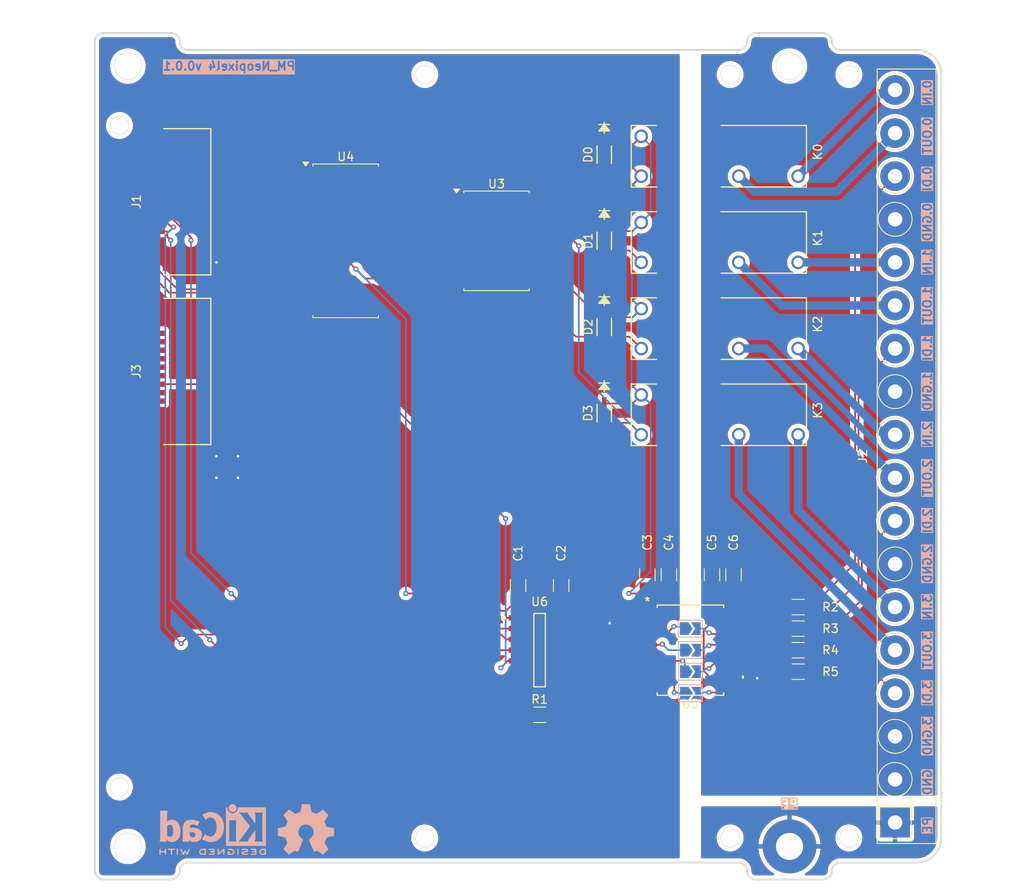
<source format=kicad_pcb>
(kicad_pcb (version 20240108) (generator "pcbnew") (generator_version "8.0")
  (title_block (title "${article} v${version}"))
  (layers (0 "F.Cu" signal) (31 "B.Cu" signal) (34 "B.Paste" user) (35 "F.Paste" user) (36 "B.SilkS" user "B.Silkscreen") (37 "F.SilkS" user "F.Silkscreen") (38 "B.Mask" user) (39 "F.Mask" user) (44 "Edge.Cuts" user))
  (property "article" "PM_Neopixel4")
  (property "version" "0.0.1")
  (net 0 "")
  (net 1 "/MOSI")
  (net 2 "/CS")
  (net 3 "/MISO")
  (net 4 "GND")
  (net 5 "/SCK")
  (net 6 "+3.3V")
  (net 7 "+5V")
  (net 8 "Net-(J2-Pin_18)")
  (net 9 "Net-(J2-Pin_13)")
  (net 10 "Net-(J2-Pin_9)")
  (net 11 "Net-(J2-Pin_17)")
  (net 12 "Net-(J2-Pin_10)")
  (net 13 "Net-(J2-Pin_6)")
  (net 14 "Net-(J2-Pin_14)")
  (net 15 "Net-(J2-Pin_5)")
  (net 16 "/K0")
  (net 17 "/K1")
  (net 18 "/K2")
  (net 19 "/K3")
  (net 20 "GND_ISO")
  (net 21 "/K0_exp")
  (net 23 "/K1_exp")
  (net 26 "/K3_exp")
  (net 29 "/K2_exp")
  (net 47 "+5V_ISO")
  (net 48 "/2.DI")
  (net 49 "/1.DI")
  (net 50 "/0.DI")
  (net 55 "/3.DI")
  (net 60 "/subplates/2.DI")
  (net 61 "/subplates/1.DI")
  (net 62 "/subplates/0.DI")
  (net 63 "/subplates/3.DI")
  (net 64 "Net-(U6-OE)")
  (net 67 "/PE")
  (net 68 "Net-(JP1-B)")
  (net 69 "Net-(JP1-A)")
  (net 70 "Net-(JP2-B)")
  (net 71 "Net-(JP2-A)")
  (net 72 "Net-(JP3-B)")
  (net 73 "Net-(JP3-A)")
  (net 74 "Net-(JP4-B)")
  (net 75 "Net-(JP4-A)")
  (footprint "Capacitor_SMD:C_1206_3216Metric_Pad1.33x1.80mm_HandSolder" (layer "F.Cu") (at 80.08 115.24 90)
    (property "Reference" "C2")
    (property "Value" "100nF")
  )
  (footprint "Capacitor_SMD:C_1206_3216Metric_Pad1.33x1.80mm_HandSolder" (layer "F.Cu") (at 100.4 113.97 90)
    (property "Reference" "C6")
    (property "Value" "100nF")
  )
  (footprint "kicad_inventree_lib:G5NB-1A-E_DC12_RELAY_G5NB-1A_DC5_OMR" (layer "F.Cu") (at 107.82 62.28 90)
    (property "Reference" "K0")
    (property "Value" "G5NB-1A-E-DC5")
  )
  (footprint "Package_SO:SOIC-28W_7.5x17.9mm_P1.27mm" (layer "F.Cu") (at 54.68 74.6)
    (property "Reference" "U4")
    (property "Value" "MCP23S17_SO")
  )
  (footprint "kicad_inventree_lib:G5NB-1A-E_DC12_RELAY_G5NB-1A_DC5_OMR" (layer "F.Cu") (at 107.82 82.6 90)
    (property "Reference" "K2")
    (property "Value" "G5NB-1A-E-DC5")
  )
  (footprint "NextPCB:ULN2803A" (layer "F.Cu") (at 72.46 74.6)
    (property "Reference" "U3")
    (property "Value" "ULN2803A")
  )
  (footprint "kicad_inventree_lib:MountingHole_M3" (layer "F.Cu") (at 29 146)
    (property "Reference" "H3" (hide yes))
    (property "Value" "MountingHole_M3")
    (fp_circle (center 0 0) (end 1.6 0) (stroke (width 0.05)) (fill none) (layer "Edge.Cuts"))
  )
  (footprint "kicad_inventree_lib:MountingHole_M3" (layer "F.Cu") (at 29 54)
    (property "Reference" "H1" (hide yes))
    (property "Value" "MountingHole_M3")
    (fp_circle (center 0 0) (end 1.6 0) (stroke (width 0.05)) (fill none) (layer "Edge.Cuts"))
  )
  (footprint "kicad_inventree_lib:MountingHole_M3" (layer "F.Cu") (at 107 54)
    (property "Reference" "H2" (hide yes))
    (property "Value" "MountingHole_M3")
    (fp_circle (center 0 0) (end 1.6 0) (stroke (width 0.05)) (fill none) (layer "Edge.Cuts"))
  )
  (footprint "Capacitor_SMD:C_1206_3216Metric_Pad1.33x1.80mm_HandSolder" (layer "F.Cu") (at 75 115.24 90)
    (property "Reference" "C1")
    (property "Value" "1uF")
  )
  (footprint "Capacitor_SMD:C_1206_3216Metric_Pad1.33x1.80mm_HandSolder" (layer "F.Cu") (at 92.78 113.97 90)
    (property "Reference" "C4")
    (property "Value" "100nF")
  )
  (footprint "kicad_inventree_lib:D0014A-IPC_A" (layer "F.Cu") (at 77.54 122.86)
    (property "Reference" "U6")
    (property "Value" "TXS0104EDR")
  )
  (footprint "kicad_inventree_lib:CONN10_AFA07-S10_JUS" (layer "F.Cu") (at 36 70 90)
    (property "Reference" "J1")
    (property "Value" "AFA07-S10FCC-00")
  )
  (footprint "kicad_inventree_lib:SOIC16-WBW_CLG-M" (layer "F.Cu") (at 95.32 122.86)
    (property "Reference" "U5")
    (property "Value" "CA-IS3640LVW")
  )
  (footprint "Resistor_SMD:R_1206_3216Metric_Pad1.30x1.75mm_HandSolder" (layer "F.Cu") (at 77.54 130.48)
    (property "Reference" "R1")
    (property "Value" "10k")
  )
  (footprint "kicad_inventree_lib:SOD-323_STM-M" (layer "F.Cu") (at 85.16 64.44 -90)
    (property "Reference" "D0")
    (property "Value" "BAT20J")
  )
  (footprint "NextPCB:Degson_2EDGR-5.08-18P" (layer "F.Cu") (at 119.45 143.18 90)
    (property "Reference" "J2")
    (property "Value" "2EDGR-5.08-18P")
  )
  (footprint "kicad_inventree_lib:SOD-323_STM-M" (layer "F.Cu") (at 85.16 94.92 -90)
    (property "Reference" "D3")
    (property "Value" "BAT20J")
  )
  (footprint "kicad_inventree_lib:SOD-323_STM-M" (layer "F.Cu") (at 85.16 84.76 -90)
    (property "Reference" "D2")
    (property "Value" "BAT20J")
  )
  (footprint "kicad_inventree_lib:PM-ESP32C3_v0.0.3" (layer "F.Cu") (at 54 100)
    (property "Reference" "U2" (hide yes))
    (property "Value" "~")
    (fp_circle (center -26 -39) (end -24.9 -39) (stroke (width 0.05)) (fill none) (layer "Edge.Cuts"))
    (fp_circle (center -26 39) (end -24.9 39) (stroke (width 0.05)) (fill none) (layer "Edge.Cuts"))
    (fp_circle (center 10 -45) (end 11.1 -45) (stroke (width 0.05)) (fill none) (layer "Edge.Cuts"))
    (fp_circle (center 10 45) (end 11.1 45) (stroke (width 0.05)) (fill none) (layer "Edge.Cuts"))
  )
  (footprint "kicad_inventree_lib:PM-LED_v0.0.2" (layer "F.Cu") (at 110 100)
    (property "Reference" "U1" (hide yes))
    (property "Value" "PM-LED8_v0.0.2")
    (fp_circle (center -10 -45) (end -8.9 -45) (stroke (width 0.05)) (fill none) (layer "Edge.Cuts"))
    (fp_circle (center -10 45) (end -8.9 45) (stroke (width 0.05)) (fill none) (layer "Edge.Cuts"))
    (fp_circle (center 4 -45) (end 5.1 -45) (stroke (width 0.05)) (fill none) (layer "Edge.Cuts"))
    (fp_circle (center 4 45) (end 5.1 45) (stroke (width 0.05)) (fill none) (layer "Edge.Cuts"))
  )
  (footprint "kicad_inventree_lib:G5NB-1A-E_DC12_RELAY_G5NB-1A_DC5_OMR" (layer "F.Cu") (at 107.82 72.44 90)
    (property "Reference" "K1")
    (property "Value" "G5NB-1A-E-DC5")
  )
  (footprint "Resistor_SMD:R_1206_3216Metric_Pad1.30x1.75mm_HandSolder" (layer "F.Cu") (at 108.02 117.78)
    (property "Reference" "R2")
    (property "Value" "0R")
  )
  (footprint "Capacitor_SMD:C_1206_3216Metric_Pad1.33x1.80mm_HandSolder" (layer "F.Cu") (at 97.86 113.97 90)
    (property "Reference" "C5")
    (property "Value" "10uF")
  )
  (footprint "Capacitor_SMD:C_1206_3216Metric_Pad1.33x1.80mm_HandSolder" (layer "F.Cu") (at 90.24 113.97 90)
    (property "Reference" "C3")
    (property "Value" "10uF")
  )
  (footprint "kicad_inventree_lib:CONN10_AFA07-S10_JUS" (layer "F.Cu") (at 36 90 90)
    (property "Reference" "J3")
    (property "Value" "AFA07-S10FCC-00")
  )
  (footprint "kicad_inventree_lib:SOD-323_STM-M" (layer "F.Cu") (at 85.16 74.6 -90)
    (property "Reference" "D1")
    (property "Value" "BAT20J")
  )
  (footprint "Resistor_SMD:R_1206_3216Metric_Pad1.30x1.75mm_HandSolder" (layer "F.Cu") (at 108.02 122.86)
    (property "Reference" "R4")
    (property "Value" "0R")
  )
  (footprint "kicad_inventree_lib:PE" (layer "F.Cu") (at 107 146)
    (property "Reference" "PE1" (hide yes))
    (property "Value" "PE")
  )
  (footprint "Resistor_SMD:R_1206_3216Metric_Pad1.30x1.75mm_HandSolder" (layer "F.Cu") (at 108.02 125.4)
    (property "Reference" "R5")
    (property "Value" "0R")
  )
  (footprint "kicad_inventree_lib:G5NB-1A-E_DC12_RELAY_G5NB-1A_DC5_OMR" (layer "F.Cu") (at 107.82 92.76 90)
    (property "Reference" "K3")
    (property "Value" "G5NB-1A-E-DC5")
  )
  (footprint "Resistor_SMD:R_1206_3216Metric_Pad1.30x1.75mm_HandSolder" (layer "F.Cu") (at 108.02 120.32)
    (property "Reference" "R3")
    (property "Value" "0R")
  )
  (footprint "Jumper:SolderJumper-2_P1.3mm_Open_TrianglePad1.0x1.5mm" (layer "B.Cu") (at 95.32 125.4)
    (property "Reference" "JP3" (hide yes))
    (property "Value" "SolderJumper_2_Open")
  )
  (footprint "Jumper:SolderJumper-2_P1.3mm_Open_TrianglePad1.0x1.5mm" (layer "B.Cu") (at 95.305 120.32)
    (property "Reference" "JP1" (hide yes))
    (property "Value" "SolderJumper_2_Open")
  )
  (footprint "Symbol:KiCad-Logo2_5mm_SilkScreen" (layer "B.Cu") (at 39 144 180)
    (property "Reference" "kicad_logo" (hide yes))
    (property "Value" "KiCad-Logo2_5mm_SilkScreen" (hide yes))
  )
  (footprint "Jumper:SolderJumper-2_P1.3mm_Open_TrianglePad1.0x1.5mm" (layer "B.Cu") (at 95.32 122.86)
    (property "Reference" "JP2" (hide yes))
    (property "Value" "SolderJumper_2_Open")
  )
  (footprint "Symbol:OSHW-Symbol_6.7x6mm_SilkScreen" (layer "B.Cu") (at 50 144 180)
    (property "Reference" "oshw_logo" (hide yes))
    (property "Value" "OSHW-Symbol_6.7x6mm_SilkScreen" (hide yes))
  )
  (footprint "Jumper:SolderJumper-2_P1.3mm_Open_TrianglePad1.0x1.5mm" (layer "B.Cu") (at 95.32 127.94)
    (property "Reference" "JP4" (hide yes))
    (property "Value" "SolderJumper_2_Open")
  )
  (gr_arc (start 122 52.1) (mid 124.05061 52.94939) (end 124.9 55) (stroke (width 0.2)) (layer "Edge.Cuts"))
  (gr_arc (start 111 50.1) (mid 111.707107 50.392893) (end 112 51.1) (stroke (width 0.2)) (layer "Edge.Cuts"))
  (gr_arc (start 34.1 50.1) (mid 34.807107 50.392893) (end 35.1 51.1) (stroke (width 0.2)) (layer "Edge.Cuts"))
  (gr_line (start 26.1 149.9) (end 34.1 149.9) (stroke (width 0.2)) (layer "Edge.Cuts"))
  (gr_arc (start 102 51.1) (mid 101.707107 51.807107) (end 101 52.1) (stroke (width 0.2)) (layer "Edge.Cuts"))
  (gr_arc (start 25.1 51.1) (mid 25.392893 50.392893) (end 26.1 50.1) (stroke (width 0.2)) (layer "Edge.Cuts"))
  (gr_arc (start 35.1 148.9) (mid 34.807107 149.607107) (end 34.1 149.9) (stroke (width 0.2)) (layer "Edge.Cuts"))
  (gr_arc (start 102 51.1) (mid 102.292893 50.392893) (end 103 50.1) (stroke (width 0.2)) (layer "Edge.Cuts"))
  (gr_line (start 36.1 52.1) (end 101 52.1) (stroke (width 0.2)) (layer "Edge.Cuts"))
  (gr_arc (start 112 148.9) (mid 111.707107 149.607107) (end 111 149.9) (stroke (width 0.2)) (layer "Edge.Cuts"))
  (gr_arc (start 36.1 52.1) (mid 35.392893 51.807107) (end 35.1 51.1) (stroke (width 0.2)) (layer "Edge.Cuts"))
  (gr_line (start 101 147.9) (end 36.1 147.9) (stroke (width 0.2)) (layer "Edge.Cuts"))
  (gr_line (start 113 147.9) (end 122 147.9) (stroke (width 0.2)) (layer "Edge.Cuts"))
  (gr_arc (start 103 149.9) (mid 102.292893 149.607107) (end 102 148.9) (stroke (width 0.2)) (layer "Edge.Cuts"))
  (gr_arc (start 26.1 149.9) (mid 25.392893 149.607107) (end 25.1 148.9) (stroke (width 0.2)) (layer "Edge.Cuts"))
  (gr_arc (start 113 52.1) (mid 112.292893 51.807107) (end 112 51.1) (stroke (width 0.2)) (layer "Edge.Cuts"))
  (gr_line (start 124.9 55) (end 124.9 145) (stroke (width 0.2)) (layer "Edge.Cuts"))
  (gr_line (start 26.1 50.1) (end 34.1 50.1) (stroke (width 0.2)) (layer "Edge.Cuts"))
  (gr_arc (start 112 148.9) (mid 112.292893 148.192893) (end 113 147.9) (stroke (width 0.2)) (layer "Edge.Cuts"))
  (gr_line (start 122 52.1) (end 113 52.1) (stroke (width 0.2)) (layer "Edge.Cuts"))
  (gr_line (start 25.1 51.1) (end 25.1 148.9) (stroke (width 0.2)) (layer "Edge.Cuts"))
  (gr_arc (start 124.9 145) (mid 124.05061 147.05061) (end 122 147.9) (stroke (width 0.2)) (layer "Edge.Cuts"))
  (gr_arc (start 35.1 148.9) (mid 35.392891 148.192891) (end 36.1 147.9) (stroke (width 0.2)) (layer "Edge.Cuts"))
  (gr_line (start 111 50.1) (end 103 50.1) (stroke (width 0.2)) (layer "Edge.Cuts"))
  (gr_line (start 103 149.9) (end 111 149.9) (stroke (width 0.2)) (layer "Edge.Cuts"))
  (gr_arc (start 101 147.9) (mid 101.707107 148.192893) (end 102 148.9) (stroke (width 0.2)) (layer "Edge.Cuts"))
  (gr_text "0.DI" (at 123.26 67.31 90) (layer "B.SilkS" knockout) (effects (font (size 1 1) (thickness 0.2) (bold yes)) (justify mirror)))
  (gr_text "1.DI" (at 123.26 87.3 90) (layer "B.SilkS" knockout) (effects (font (size 1 1) (thickness 0.2) (bold yes)) (justify mirror)))
  (gr_text "1.OUT" (at 123.26 82.22 90) (layer "B.SilkS" knockout) (effects (font (size 1 1) (thickness 0.2) (bold yes)) (justify mirror)))
  (gr_text "2.DI" (at 123.26 107.62 90) (layer "B.SilkS" knockout) (effects (font (size 1 1) (thickness 0.2) (bold yes)) (justify mirror)))
  (gr_text "0.GND" (at 123.26 72.39 90) (layer "B.SilkS" knockout) (effects (font (size 1 1) (thickness 0.2) (bold yes)) (justify mirror)))
  (gr_text "GND" (at 123.26 138.43 90) (layer "B.SilkS" knockout) (effects (font (size 1 1) (thickness 0.2) (bold yes)) (justify mirror)))
  (gr_text "3.GND" (at 123.26 133.02 90) (layer "B.SilkS" knockout) (effects (font (size 1 1) (thickness 0.2) (bold yes)) (justify mirror)))
  (gr_text "0.OUT" (at 123.26 62.23 90) (layer "B.SilkS" knockout) (effects (font (size 1 1) (thickness 0.2) (bold yes)) (justify mirror)))
  (gr_text "2.OUT" (at 123.26 102.54 90) (layer "B.SilkS" knockout) (effects (font (size 1 1) (thickness 0.2) (bold yes)) (justify mirror)))
  (gr_text "3.OUT" (at 123.26 122.86 90) (layer "B.SilkS" knockout) (effects (font (size 1 1) (thickness 0.2) (bold yes)) (justify mirror)))
  (gr_text "0.IN" (at 123.26 57.15 90) (layer "B.SilkS" knockout) (effects (font (size 1 1) (thickness 0.2) (bold yes)) (justify mirror)))
  (gr_text "PE" (at 123.26 143.51 90) (layer "B.SilkS" knockout) (effects (font (size 1 1) (thickness 0.2) (bold yes)) (justify mirror)))
  (gr_text "2.GND" (at 123.26 112.7 90) (layer "B.SilkS" knockout) (effects (font (size 1 1) (thickness 0.2) (bold yes)) (justify mirror)))
  (gr_text "1.IN" (at 123.26 77.14 90) (layer "B.SilkS" knockout) (effects (font (size 1 1) (thickness 0.2) (bold yes)) (justify mirror)))
  (gr_text "3.IN" (at 123.26 117.78 90) (layer "B.SilkS" knockout) (effects (font (size 1 1) (thickness 0.2) (bold yes)) (justify mirror)))
  (gr_text "${article} v${version}" (at 33 54 0) (layer "B.SilkS" knockout) (effects (font (size 1 1) (thickness 0.2) (bold yes)) (justify right mirror)))
  (gr_text "2.IN" (at 123.26 97.46 90) (layer "B.SilkS" knockout) (effects (font (size 1 1) (thickness 0.2) (bold yes)) (justify mirror)))
  (gr_text "PE" (at 107 141 -0) (layer "B.SilkS" knockout) (effects (font (size 1 1) (thickness 0.2) (bold yes)) (justify mirror)))
  (gr_text "3.DI" (at 123.26 127.94 90) (layer "B.SilkS" knockout) (effects (font (size 1 1) (thickness 0.2) (bold yes)) (justify mirror)))
  (gr_text "1.GND" (at 123.26 92.38 90) (layer "B.SilkS" knockout) (effects (font (size 1 1) (thickness 0.2) (bold yes)) (justify mirror)))
  (gr_text "PE" (at 107 141 0) (layer "F.SilkS" knockout) (effects (font (size 1 1) (thickness 0.2) (bold yes))))
  (segment (start 30.8406 67.9594) (end 31.299995 67.500005) (width 0.2) (layer "F.Cu") (net 1))
  (segment (start 33.871 80.715) (end 30.8406 77.6846) (width 0.2) (layer "F.Cu") (net 1))
  (segment (start 50.03 81.585) (end 49.005001 81.585) (width 0.2) (layer "F.Cu") (net 1))
  (segment (start 48.135001 80.715) (end 33.871 80.715) (width 0.2) (layer "F.Cu") (net 1))
  (segment (start 49.005001 81.585) (end 48.135001 80.715) (width 0.2) (layer "F.Cu") (net 1))
  (segment (start 30.8406 77.6846) (end 30.8406 67.9594) (width 0.2) (layer "F.Cu") (net 1))
  (segment (start 31.299995 67.500005) (end 32.444 67.500005) (width 0.2) (layer "F.Cu") (net 1))
  (segment (start 39.7879 70.5) (end 48.3329 79.045) (width 0.2) (layer "F.Cu") (net 2))
  (segment (start 32.444 70.5) (end 39.7879 70.5) (width 0.2) (layer "F.Cu") (net 2))
  (segment (start 48.3329 79.045) (end 50.03 79.045) (width 0.2) (layer "F.Cu") (net 2))
  (segment (start 51.3588 78.6867) (end 51.0821 78.41) (width 0.2) (layer "F.Cu") (net 3))
  (segment (start 50.4318 82.855) (end 51.3588 81.928) (width 0.2) (layer "F.Cu") (net 3))
  (segment (start 50.03 82.855) (end 50.4318 82.855) (width 0.2) (layer "F.Cu") (net 3))
  (segment (start 51.0821 78.41) (end 48.8733 78.41) (width 0.2) (layer "F.Cu") (net 3))
  (segment (start 38.9633 68.5) (end 32.444 68.5) (width 0.2) (layer "F.Cu") (net 3))
  (segment (start 51.3588 81.928) (end 51.3588 78.6867) (width 0.2) (layer "F.Cu") (net 3))
  (segment (start 48.8733 78.41) (end 38.9633 68.5) (width 0.2) (layer "F.Cu") (net 3))
  (via (at 39.44 102.54) (size 0.6) (drill 0.3) (layers "F.Cu" "B.Cu") (net 4))
  (via (at 41.98 100) (size 0.6) (drill 0.3) (layers "F.Cu" "B.Cu") (net 4))
  (via (at 39.44 77.14) (size 0.6) (drill 0.3) (layers "F.Cu" "B.Cu") (net 4))
  (via (at 85.795 119.685) (size 0.6) (drill 0.3) (layers "F.Cu" "B.Cu") (net 4))
  (via (at 41.98 102.54) (size 0.6) (drill 0.3) (layers "F.Cu" "B.Cu") (net 4))
  (via (at 39.44 100) (size 0.6) (drill 0.3) (layers "F.Cu" "B.Cu") (net 4))
  (segment (start 32.444 69.5) (end 31.2406 69.5) (width 0.2) (layer "F.Cu") (net 5))
  (segment (start 34.8506 80.315) (end 31.2406 76.705) (width 0.2) (layer "F.Cu") (net 5))
  (segment (start 31.2406 76.705) (end 31.2406 69.5) (width 0.2) (layer "F.Cu") (net 5))
  (segment (start 50.03 80.315) (end 34.8506 80.315) (width 0.2) (layer "F.Cu") (net 5))
  (segment (start 47.7433 76.505) (end 50.03 76.505) (width 0.2) (layer "F.Cu") (net 6))
  (segment (start 76.6626 119.05) (end 73.5852 119.05) (width 0.2) (layer "F.Cu") (net 6))
  (segment (start 73.0065 118.2173) (end 73.5852 118.2173) (width 0.2) (layer "F.Cu") (net 6))
  (segment (start 32.444 66.5) (end 37.7383 66.5) (width 0.2) (layer "F.Cu") (net 6))
  (segment (start 59.33 79.045) (end 56.987 79.045) (width 0.2) (layer "F.Cu") (net 6))
  (segment (start 76.6626 129.8074) (end 76.6626 119.05) (width 0.2) (layer "F.Cu") (net 6))
  (segment (start 73.5852 119.05) (end 73.5852 118.2173) (width 0.2) (layer "F.Cu") (net 6))
  (segment (start 54.447 76.505) (end 50.03 76.505) (width 0.2) (layer "F.Cu") (net 6))
  (segment (start 37.7383 66.5) (end 47.7433 76.505) (width 0.2) (layer "F.Cu") (net 6))
  (segment (start 61.765 116.1762) (end 70.9654 116.1762) (width 0.2) (layer "F.Cu") (net 6))
  (segment (start 70.9654 116.1762) (end 73.0065 118.2173) (width 0.2) (layer "F.Cu") (net 6))
  (segment (start 56.987 79.045) (end 55.8826 77.9406) (width 0.2) (layer "F.Cu") (net 6))
  (segment (start 55.8826 77.9406) (end 54.447 76.505) (width 0.2) (layer "F.Cu") (net 6))
  (segment (start 75.99 130.48) (end 76.6626 129.8074) (width 0.2) (layer "F.Cu") (net 6))
  (segment (start 73.5852 118.2173) (end 75 116.8025) (width 0.2) (layer "F.Cu") (net 6))
  (via (at 55.8826 77.9406) (size 0.6) (drill 0.3) (layers "F.Cu" "B.Cu") (net 6))
  (via (at 61.765 116.1762) (size 0.6) (drill 0.3) (layers "F.Cu" "B.Cu") (net 6))
  (segment (start 61.765 83.823) (end 61.765 116.1762) (width 0.2) (layer "B.Cu") (net 6))
  (segment (start 55.8826 77.9406) (end 61.765 83.823) (width 0.2) (layer "B.Cu") (net 6))
  (segment (start 78.4174 119.05) (end 78.4174 124.6457) (width 0.2) (layer "F.Cu") (net 7))
  (segment (start 80.7255 119.05) (end 79.9561 119.05) (width 0.2) (layer "F.Cu") (net 7))
  (segment (start 88.503 63.297) (end 89.52 62.28) (width 0.2) (layer "F.Cu") (net 7))
  (segment (start 85.16 83.617) (end 84.5916 83.617) (width 0.2) (layer "F.Cu") (net 7))
  (segment (start 82.5957 126.035) (end 90.4432 126.035) (width 0.2) (layer "F.Cu") (net 7))
  (segment (start 88.0521 116.1762) (end 89.2144 116.1762) (width 0.2) (layer "F.Cu") (net 7))
  (segment (start 81.3035 124.7428) (end 82.5957 126.035) (width 0.2) (layer "F.Cu") (net 7))
  (segment (start 80.6546 79.68) (end 84.5916 83.617) (width 0.2) (layer "F.Cu") (net 7))
  (segment (start 85.16 83.617) (end 88.503 83.617) (width 0.2) (layer "F.Cu") (net 7))
  (segment (start 79.9561 119.05) (end 78.4174 119.05) (width 0.2) (layer "F.Cu") (net 7))
  (segment (start 90.4432 118.415) (end 89.3153 118.415) (width 0.2) (layer "F.Cu") (net 7))
  (segment (start 90.24 115.5325) (end 92.78 115.5325) (width 0.2) (layer "F.Cu") (net 7))
  (segment (start 82.3886 65.5) (end 84.5916 63.297) (width 0.2) (layer "F.Cu") (net 7))
  (segment (start 78.4174 124.6457) (end 78.5145 124.7428) (width 0.2) (layer "F.Cu") (net 7))
  (segment (start 77.185 79.68) (end 80.6546 79.68) (width 0.2) (layer "F.Cu") (net 7))
  (segment (start 85.16 63.297) (end 84.5916 63.297) (width 0.2) (layer "F.Cu") (net 7))
  (segment (start 89.3153 118.415) (end 89.2144 118.415) (width 0.2) (layer "F.Cu") (net 7))
  (segment (start 81.4948 118.415) (end 81.4948 118.2173) (width 0.2) (layer "F.Cu") (net 7))
  (segment (start 85.16 63.297) (end 88.503 63.297) (width 0.2) (layer "F.Cu") (net 7))
  (segment (start 88.503 83.617) (end 89.52 82.6) (width 0.2) (layer "F.Cu") (net 7))
  (segment (start 89.2144 116.1762) (end 89.8581 115.5325) (width 0.2) (layer "F.Cu") (net 7))
  (segment (start 89.2144 118.415) (end 81.4948 118.415) (width 0.2) (layer "F.Cu") (net 7))
  (segment (start 88.503 73.457) (end 89.52 72.44) (width 0.2) (layer "F.Cu") (net 7))
  (segment (start 81.4948 119.05) (end 81.4948 118.415) (width 0.2) (layer "F.Cu") (net 7))
  (segment (start 81.4948 118.2173) (end 80.08 116.8025) (width 0.2) (layer "F.Cu") (net 7))
  (segment (start 88.503 93.777) (end 89.52 92.76) (width 0.2) (layer "F.Cu") (net 7))
  (segment (start 89.2144 118.415) (end 89.2144 116.1762) (width 0.2) (layer "F.Cu") (net 7))
  (segment (start 89.8581 115.5325) (end 90.24 115.5325) (width 0.2) (layer "F.Cu") (net 7))
  (segment (start 32.444 65.5) (end 82.3886 65.5) (width 0.2) (layer "F.Cu") (net 7))
  (segment (start 80.7255 119.05) (end 81.4948 119.05) (width 0.2) (layer "F.Cu") (net 7))
  (segment (start 85.16 93.777) (end 88.503 93.777) (width 0.2) (layer "F.Cu") (net 7))
  (segment (start 85.16 73.457) (end 88.503 73.457) (width 0.2) (layer "F.Cu") (net 7))
  (segment (start 78.5145 124.7428) (end 81.3035 124.7428) (width 0.2) (layer "F.Cu") (net 7))
  (via (at 88.0521 116.1762) (size 0.6) (drill 0.3) (layers "F.Cu" "B.Cu") (net 7))
  (segment (start 88.4143 81.4943) (end 88.4143 73.5457) (width 0.2) (layer "B.Cu") (net 7))
  (segment (start 90.6407 71.3193) (end 90.6407 63.4007) (width 0.2) (layer "B.Cu") (net 7))
  (segment (start 90.6407 93.8807) (end 90.6407 113.5876) (width 0.2) (layer "B.Cu") (net 7))
  (segment (start 90.6407 113.5876) (end 88.0521 116.1762) (width 0.2) (layer "B.Cu") (net 7))
  (segment (start 89.52 92.76) (end 88.354 91.594) (width 0.2) (layer "B.Cu") (net 7))
  (segment (start 88.354 83.766) (end 89.52 82.6) (width 0.2) (layer "B.Cu") (net 7))
  (segment (start 89.52 92.76) (end 90.6407 93.8807) (width 0.2) (layer "B.Cu") (net 7))
  (segment (start 88.4143 73.5457) (end 89.52 72.44) (width 0.2) (layer "B.Cu") (net 7))
  (segment (start 89.52 72.44) (end 90.6407 71.3193) (width 0.2) (layer "B.Cu") (net 7))
  (segment (start 88.354 91.594) (end 88.354 83.766) (width 0.2) (layer "B.Cu") (net 7))
  (segment (start 89.52 82.6) (end 88.4143 81.4943) (width 0.2) (layer "B.Cu") (net 7))
  (segment (start 90.6407 63.4007) (end 89.52 62.28) (width 0.2) (layer "B.Cu") (net 7))
  (segment (start 108.02 66.98) (end 118.18 56.82) (width 1) (layer "B.Cu") (net 8))
  (segment (start 118.18 56.82) (end 119.45 56.82) (width 1) (layer "B.Cu") (net 8))
  (segment (start 101.02 77.14) (end 106.1 82.22) (width 1) (layer "B.Cu") (net 9))
  (segment (start 106.1 82.22) (end 119.45 82.22) (width 1) (layer "B.Cu") (net 9))
  (segment (start 104.21 87.3) (end 119.45 102.54) (width 1) (layer "B.Cu") (net 10))
  (segment (start 101.02 87.3) (end 104.21 87.3) (width 1) (layer "B.Cu") (net 10))
  (segment (start 102.824 68.784) (end 112.566 68.784) (width 1) (layer "B.Cu") (net 11))
  (segment (start 112.566 68.784) (end 119.45 61.9) (width 1) (layer "B.Cu") (net 11))
  (segment (start 101.02 66.98) (end 102.824 68.784) (width 1) (layer "B.Cu") (net 11))
  (segment (start 118.18 97.46) (end 119.45 97.46) (width 1) (layer "B.Cu") (net 12))
  (segment (start 108.02 87.3) (end 118.18 97.46) (width 1) (layer "B.Cu") (net 12))
  (segment (start 108.02 106.35) (end 119.45 117.78) (width 1) (layer "B.Cu") (net 13))
  (segment (start 108.02 97.46) (end 108.02 106.35) (width 1) (layer "B.Cu") (net 13))
  (segment (start 108.02 77.14) (end 119.45 77.14) (width 1) (layer "B.Cu") (net 14))
  (segment (start 101.02 97.46) (end 101.02 104.43) (width 1) (layer "B.Cu") (net 15))
  (segment (start 101.02 104.43) (end 119.45 122.86) (width 1) (layer "B.Cu") (net 15))
  (segment (start 86.98 69.52) (end 89.52 66.98) (width 0.2) (layer "F.Cu") (net 16))
  (segment (start 85.16 65.583) (end 88.123 65.583) (width 0.2) (layer "F.Cu") (net 16))
  (segment (start 77.185 69.52) (end 86.98 69.52) (width 0.2) (layer "F.Cu") (net 16))
  (segment (start 88.123 65.583) (end 89.52 66.98) (width 0.2) (layer "F.Cu") (net 16))
  (segment (start 79.6386 70.79) (end 84.5916 75.743) (width 0.2) (layer "F.Cu") (net 17))
  (segment (start 85.16 75.743) (end 88.123 75.743) (width 0.2) (layer "F.Cu") (net 17))
  (segment (start 85.16 75.743) (end 84.5916 75.743) (width 0.2) (layer "F.Cu") (net 17))
  (segment (start 88.123 75.743) (end 89.52 77.14) (width 0.2) (layer "F.Cu") (net 17))
  (segment (start 77.185 70.79) (end 79.6386 70.79) (width 0.2) (layer "F.Cu") (net 17))
  (segment (start 88.123 85.903) (end 89.52 87.3) (width 0.2) (layer "F.Cu") (net 18))
  (segment (start 75.8857 79.9786) (end 75.8857 72.9789) (width 0.2) (layer "F.Cu") (net 18))
  (segment (start 85.16 85.903) (end 81.8101 85.903) (width 0.2) (layer "F.Cu") (net 18))
  (segment (start 81.8101 85.903) (end 75.8857 79.9786) (width 0.2) (layer "F.Cu") (net 18))
  (segment (start 75.8857 72.9789) (end 76.8046 72.06) (width 0.2) (layer "F.Cu") (net 18))
  (segment (start 76.8046 72.06) (end 77.185 72.06) (width 0.2) (layer "F.Cu") (net 18))
  (segment (start 85.16 85.903) (end 88.123 85.903) (width 0.2) (layer "F.Cu") (net 18))
  (segment (start 85.16 96.063) (end 88.123 96.063) (width 0.2) (layer "F.Cu") (net 19))
  (segment (start 82.1549 75.1979) (end 80.287 73.33) (width 0.2) (layer "F.Cu") (net 19))
  (segment (start 80.287 73.33) (end 77.185 73.33) (width 0.2) (layer "F.Cu") (net 19))
  (segment (start 88.123 96.063) (end 89.52 97.46) (width 0.2) (layer "F.Cu") (net 19))
  (via (at 82.1549 75.1979) (size 0.6) (drill 0.3) (layers "F.Cu" "B.Cu") (net 19))
  (segment (start 89.52 97.46) (end 82.1549 90.0949) (width 0.2) (layer "B.Cu") (net 19))
  (segment (start 82.1549 90.0949) (end 82.1549 75.1979) (width 0.2) (layer "B.Cu") (net 19))
  (via (at 103.194 126.162) (size 0.6) (drill 0.3) (layers "F.Cu" "B.Cu") (net 20))
  (segment (start 61.2638 71.425) (end 59.33 71.425) (width 0.2) (layer "F.Cu") (net 21))
  (segment (start 67.735 69.52) (end 63.1688 69.52) (width 0.2) (layer "F.Cu") (net 21))
  (segment (start 63.1688 69.52) (end 61.2638 71.425) (width 0.2) (layer "F.Cu") (net 21))
  (segment (start 61.7006 72.695) (end 59.33 72.695) (width 0.2) (layer "F.Cu") (net 23))
  (segment (start 67.735 70.79) (end 63.6056 70.79) (width 0.2) (layer "F.Cu") (net 23))
  (segment (start 63.6056 70.79) (end 61.7006 72.695) (width 0.2) (layer "F.Cu") (net 23))
  (segment (start 64.3212 75.235) (end 59.33 75.235) (width 0.2) (layer "F.Cu") (net 26))
  (segment (start 67.735 73.33) (end 66.2262 73.33) (width 0.2) (layer "F.Cu") (net 26))
  (segment (start 66.2262 73.33) (end 64.3212 75.235) (width 0.2) (layer "F.Cu") (net 26))
  (segment (start 62.5741 73.965) (end 59.33 73.965) (width 0.2) (layer "F.Cu") (net 29))
  (segment (start 67.735 72.06) (end 64.4791 72.06) (width 0.2) (layer "F.Cu") (net 29))
  (segment (start 64.4791 72.06) (end 62.5741 73.965) (width 0.2) (layer "F.Cu") (net 29))
  (segment (start 100.1968 118.415) (end 101.4256 118.415) (width 0.2) (layer "F.Cu") (net 47))
  (segment (start 100.1968 118.415) (end 98.968 118.415) (width 0.2) (layer "F.Cu") (net 47))
  (segment (start 101.4256 116.5581) (end 100.4 115.5325) (width 0.2) (layer "F.Cu") (net 47))
  (segment (start 97.6177 126.035) (end 100.1968 126.035) (width 0.2) (layer "F.Cu") (net 47))
  (segment (start 98.968 118.415) (end 96.8944 120.4886) (width 0.2) (layer "F.Cu") (net 47))
  (segment (start 97.86 115.5325) (end 100.4 115.5325) (width 0.2) (layer "F.Cu") (net 47))
  (segment (start 96.8944 125.3117) (end 97.6177 126.035) (width 0.2) (layer "F.Cu") (net 47))
  (segment (start 96.8944 120.4886) (end 96.8944 125.3117) (width 0.2) (layer "F.Cu") (net 47))
  (segment (start 101.4256 118.415) (end 101.4256 116.5581) (width 0.2) (layer "F.Cu") (net 47))
  (segment (start 115.532 116.898) (end 115.532 111.538) (width 0.2) (layer "F.Cu") (net 48))
  (segment (start 115.532 111.538) (end 119.45 107.62) (width 0.2) (layer "F.Cu") (net 48))
  (segment (start 109.57 122.86) (end 115.532 116.898) (width 0.2) (layer "F.Cu") (net 48))
  (segment (start 115.132 114.758) (end 115.132 91.618) (width 0.2) (layer "F.Cu") (net 49))
  (segment (start 109.57 120.32) (end 115.132 114.758) (width 0.2) (layer "F.Cu") (net 49))
  (segment (start 115.132 91.618) (end 119.45 87.3) (width 0.2) (layer "F.Cu") (net 49))
  (segment (start 114.732 71.698) (end 119.45 66.98) (width 0.2) (layer "F.Cu") (net 50))
  (segment (start 114.732 112.618) (end 114.732 71.698) (width 0.2) (layer "F.Cu") (net 50))
  (segment (start 109.57 117.78) (end 114.732 112.618) (width 0.2) (layer "F.Cu") (net 50))
  (segment (start 116.91 125.4) (end 119.45 127.94) (width 0.2) (layer "F.Cu") (net 55))
  (segment (start 109.57 125.4) (end 116.91 125.4) (width 0.2) (layer "F.Cu") (net 55))
  (segment (start 33.6474 74.1392) (end 34.0487 74.5405) (width 0.2) (layer "F.Cu") (net 60))
  (segment (start 33.6474 73.5) (end 33.6474 74.1392) (width 0.2) (layer "F.Cu") (net 60))
  (segment (start 32.444 73.5) (end 33.6474 73.5) (width 0.2) (layer "F.Cu") (net 60))
  (segment (start 38.6561 121.6379) (end 39.8782 122.86) (width 0.2) (layer "F.Cu") (net 60))
  (segment (start 39.8782 122.86) (end 75.1239 122.86) (width 0.2) (layer "F.Cu") (net 60))
  (via (at 38.6561 121.6379) (size 0.6) (drill 0.3) (layers "F.Cu" "B.Cu") (net 60))
  (via (at 34.0487 74.5405) (size 0.6) (drill 0.3) (layers "F.Cu" "B.Cu") (net 60))
  (segment (start 38.6561 121.6379) (end 34.0487 117.0305) (width 0.2) (layer "B.Cu") (net 60))
  (segment (start 34.0487 117.0305) (end 34.0487 74.5405) (width 0.2) (layer "B.Cu") (net 60))
  (segment (start 34.1284 72.981) (end 33.6474 72.5) (width 0.2) (layer "F.Cu") (net 61))
  (segment (start 73.5852 121.59) (end 73.0101 121.0149) (width 0.2) (layer "F.Cu") (net 61))
  (segment (start 75.1239 121.59) (end 73.5852 121.59) (width 0.2) (layer "F.Cu") (net 61))
  (segment (start 34.3714 72.981) (end 34.1284 72.981) (width 0.2) (layer "F.Cu") (net 61))
  (segment (start 36.3379 121.0149) (end 35.2754 122.0774) (width 0.2) (layer "F.Cu") (net 61))
  (segment (start 73.0101 121.0149) (end 36.3379 121.0149) (width 0.2) (layer "F.Cu") (net 61))
  (segment (start 32.444 72.5) (end 33.6474 72.5) (width 0.2) (layer "F.Cu") (net 61))
  (via (at 34.3714 72.981) (size 0.6) (drill 0.3) (layers "F.Cu" "B.Cu") (net 61))
  (via (at 35.2754 122.0774) (size 0.6) (drill 0.3) (layers "F.Cu" "B.Cu") (net 61))
  (segment (start 33.4109 120.2129) (end 33.4109 73.9415) (width 0.2) (layer "B.Cu") (net 61))
  (segment (start 35.2754 122.0774) (end 33.4109 120.2129) (width 0.2) (layer "B.Cu") (net 61))
  (segment (start 33.4109 73.9415) (end 34.3714 72.981) (width 0.2) (layer "B.Cu") (net 61))
  (segment (start 75.1239 120.32) (end 45.3204 120.32) (width 0.2) (layer "F.Cu") (net 62))
  (segment (start 36.4387 74.5417) (end 36.4387 74.1974) (width 0.2) (layer "F.Cu") (net 62))
  (segment (start 36.4387 74.1974) (end 33.7413 71.5) (width 0.2) (layer "F.Cu") (net 62))
  (segment (start 32.444 71.5) (end 33.6474 71.5) (width 0.2) (layer "F.Cu") (net 62))
  (segment (start 45.3204 120.32) (end 41.1766 116.1762) (width 0.2) (layer "F.Cu") (net 62))
  (segment (start 33.7413 71.5) (end 33.6474 71.5) (width 0.2) (layer "F.Cu") (net 62))
  (via (at 41.1766 116.1762) (size 0.6) (drill 0.3) (layers "F.Cu" "B.Cu") (net 62))
  (via (at 36.4387 74.5417) (size 0.6) (drill 0.3) (layers "F.Cu" "B.Cu") (net 62))
  (segment (start 41.1766 116.1762) (end 36.4387 111.4383) (width 0.2) (layer "B.Cu") (net 62))
  (segment (start 36.4387 111.4383) (end 36.4387 74.5417) (width 0.2) (layer "B.Cu") (net 62))
  (segment (start 32.444 91.5) (end 57.6772 91.5) (width 0.2) (layer "F.Cu") (net 63))
  (segment (start 72.9731 124.944) (end 73.7871 124.13) (width 0.2) (layer "F.Cu") (net 63))
  (segment (start 57.6772 91.5) (end 73.5298 107.3526) (width 0.2) (layer "F.Cu") (net 63))
  (segment (start 73.7871 124.13) (end 75.1239 124.13) (width 0.2) (layer "F.Cu") (net 63))
  (via (at 72.9731 124.944) (size 0.6) (drill 0.3) (layers "F.Cu" "B.Cu") (net 63))
  (via (at 73.5298 107.3526) (size 0.6) (drill 0.3) (layers "F.Cu" "B.Cu") (net 63))
  (segment (start 73.5298 107.3526) (end 73.5298 124.3873) (width 0.2) (layer "B.Cu") (net 63))
  (segment (start 73.5298 124.3873) (end 72.9731 124.944) (width 0.2) (layer "B.Cu") (net 63))
  (segment (start 78.4174 129.8074) (end 79.09 130.48) (width 0.2) (layer "F.Cu") (net 64))
  (segment (start 79.9561 126.67) (end 78.4174 126.67) (width 0.2) (layer "F.Cu") (net 64))
  (segment (start 78.4174 126.67) (end 78.4174 129.8074) (width 0.2) (layer "F.Cu") (net 64))
  (segment (start 106.47 117.78) (end 103.295 120.955) (width 0.2) (layer "F.Cu") (net 68))
  (segment (start 103.295 120.955) (end 100.1968 120.955) (width 0.2) (layer "F.Cu") (net 68))
  (segment (start 97.656 120.955) (end 97.53 120.829) (width 0.2) (layer "F.Cu") (net 68))
  (segment (start 100.1968 120.955) (end 97.656 120.955) (width 0.2) (layer "F.Cu") (net 68))
  (via (at 97.53 120.829) (size 0.6) (drill 0.3) (layers "F.Cu" "B.Cu") (net 68))
  (segment (start 96.03 120.32) (end 96.8317 120.32) (width 0.2) (layer "B.Cu") (net 68))
  (segment (start 97.3407 120.829) (end 96.8317 120.32) (width 0.2) (layer "B.Cu") (net 68))
  (segment (start 97.53 120.829) (end 97.3407 120.829) (width 0.2) (layer "B.Cu") (net 68))
  (segment (start 81.4948 120.32) (end 82.1298 120.955) (width 0.2) (layer "F.Cu") (net 69))
  (segment (start 92.4878 120.955) (end 93.3638 120.079) (width 0.2) (layer "F.Cu") (net 69))
  (segment (start 90.4432 120.955) (end 92.4878 120.955) (width 0.2) (layer "F.Cu") (net 69))
  (segment (start 79.9561 120.32) (end 81.4948 120.32) (width 0.2) (layer "F.Cu") (net 69))
  (segment (start 82.1298 120.955) (end 90.4432 120.955) (width 0.2) (layer "F.Cu") (net 69))
  (via (at 93.3638 120.079) (size 0.6) (drill 0.3) (layers "F.Cu" "B.Cu") (net 69))
  (segment (start 94.339 120.079) (end 94.58 120.32) (width 0.2) (layer "B.Cu") (net 69))
  (segment (start 93.3638 120.079) (end 94.339 120.079) (width 0.2) (layer "B.Cu") (net 69))
  (segment (start 100.1968 122.225) (end 97.6041 122.225) (width 0.2) (layer "F.Cu") (net 70))
  (segment (start 104.565 122.225) (end 100.1968 122.225) (width 0.2) (layer "F.Cu") (net 70))
  (segment (start 97.6041 122.225) (end 97.5 122.3291) (width 0.2) (layer "F.Cu") (net 70))
  (segment (start 106.47 120.32) (end 104.565 122.225) (width 0.2) (layer "F.Cu") (net 70))
  (via (at 97.5 122.3291) (size 0.6) (drill 0.3) (layers "F.Cu" "B.Cu") (net 70))
  (segment (start 97.3026 122.3291) (end 96.7717 122.86) (width 0.2) (layer "B.Cu") (net 70))
  (segment (start 95.97 122.86) (end 96.7717 122.86) (width 0.2) (layer "B.Cu") (net 70))
  (segment (start 97.5 122.3291) (end 97.3026 122.3291) (width 0.2) (layer "B.Cu") (net 70))
  (segment (start 92.009 122.1543) (end 91.7427 122.1543) (width 0.2) (layer "F.Cu") (net 71))
  (segment (start 90.4432 122.225) (end 91.672 122.225) (width 0.2) (layer "F.Cu") (net 71))
  (segment (start 79.9561 121.59) (end 81.4948 121.59) (width 0.2) (layer "F.Cu") (net 71))
  (segment (start 81.4948 121.59) (end 82.1298 122.225) (width 0.2) (layer "F.Cu") (net 71))
  (segment (start 91.7427 122.1543) (end 91.672 122.225) (width 0.2) (layer "F.Cu") (net 71))
  (segment (start 82.1298 122.225) (end 90.4432 122.225) (width 0.2) (layer "F.Cu") (net 71))
  (via (at 92.009 122.1543) (size 0.6) (drill 0.3) (layers "F.Cu" "B.Cu") (net 71))
  (segment (start 92.7147 122.86) (end 92.009 122.1543) (width 0.2) (layer "B.Cu") (net 71))
  (segment (start 94.67 122.86) (end 92.7147 122.86) (width 0.2) (layer "B.Cu") (net 71))
  (segment (start 106.47 122.86) (end 105.835 123.495) (width 0.2) (layer "F.Cu") (net 72))
  (segment (start 99.0452 123.495) (end 97.5013 125.0389) (width 0.2) (layer "F.Cu") (net 72))
  (segment (start 105.835 123.495) (end 100.1968 123.495) (width 0.2) (layer "F.Cu") (net 72))
  (segment (start 100.1968 123.495) (end 99.0452 123.495) (width 0.2) (layer "F.Cu") (net 72))
  (via (at 97.5013 125.0389) (size 0.6) (drill 0.3) (layers "F.Cu" "B.Cu") (net 72))
  (segment (start 97.1328 125.0389) (end 97.5013 125.0389) (width 0.2) (layer "B.Cu") (net 72))
  (segment (start 95.97 125.4) (end 96.7717 125.4) (width 0.2) (layer "B.Cu") (net 72))
  (segment (start 96.7717 125.4) (end 97.1328 125.0389) (width 0.2) (layer "B.Cu") (net 72))
  (segment (start 91.672 123.495) (end 92.307 124.13) (width 0.2) (layer "F.Cu") (net 73))
  (segment (start 79.9561 122.86) (end 81.4948 122.86) (width 0.2) (layer "F.Cu") (net 73))
  (segment (start 92.307 124.13) (end 94.3874 124.13) (width 0.2) (layer "F.Cu") (net 73))
  (segment (start 82.1298 123.495) (end 81.4948 122.86) (width 0.2) (layer "F.Cu") (net 73))
  (segment (start 90.4432 123.495) (end 91.672 123.495) (width 0.2) (layer "F.Cu") (net 73))
  (segment (start 90.4432 123.495) (end 82.1298 123.495) (width 0.2) (layer "F.Cu") (net 73))
  (via (at 94.3874 124.13) (size 0.6) (drill 0.3) (layers "F.Cu" "B.Cu") (net 73))
  (segment (start 94.6057 124.3483) (end 94.67 124.3483) (width 0.2) (layer "B.Cu") (net 73))
  (segment (start 94.3874 124.13) (end 94.6057 124.3483) (width 0.2) (layer "B.Cu") (net 73))
  (segment (start 94.67 125.4) (end 94.67 124.3483) (width 0.2) (layer "B.Cu") (net 73))
  (segment (start 104.022 127.848) (end 97.5078 127.848) (width 0.2) (layer "F.Cu") (net 74))
  (segment (start 106.47 125.4) (end 105.835 124.765) (width 0.2) (layer "F.Cu") (net 74))
  (segment (start 106.47 125.4) (end 104.022 127.848) (width 0.2) (layer "F.Cu") (net 74))
  (segment (start 105.835 124.765) (end 100.1968 124.765) (width 0.2) (layer "F.Cu") (net 74))
  (segment (start 97.5078 127.848) (end 97.5 127.8402) (width 0.2) (layer "F.Cu") (net 74))
  (via (at 97.5 127.8402) (size 0.6) (drill 0.3) (layers "F.Cu" "B.Cu") (net 74))
  (segment (start 95.97 127.94) (end 96.7717 127.94) (width 0.2) (layer "B.Cu") (net 74))
  (segment (start 96.8715 127.8402) (end 96.7717 127.94) (width 0.2) (layer "B.Cu") (net 74))
  (segment (start 97.5 127.8402) (end 96.8715 127.8402) (width 0.2) (layer "B.Cu") (net 74))
  (segment (start 82.1298 124.765) (end 90.4432 124.765) (width 0.2) (layer "F.Cu") (net 75))
  (segment (start 81.4948 124.13) (end 82.1298 124.765) (width 0.2) (layer "F.Cu") (net 75))
  (segment (start 93.4088 126.2828) (end 93.4088 127.8402) (width 0.2) (layer "F.Cu") (net 75))
  (segment (start 90.4432 124.765) (end 91.891 124.765) (width 0.2) (layer "F.Cu") (net 75))
  (segment (start 91.891 124.765) (end 93.4088 126.2828) (width 0.2) (layer "F.Cu") (net 75))
  (segment (start 79.9561 124.13) (end 81.4948 124.13) (width 0.2) (layer "F.Cu") (net 75))
  (via (at 93.4088 127.8402) (size 0.6) (drill 0.3) (layers "F.Cu" "B.Cu") (net 75))
  (segment (start 94.67 127.94) (end 93.8683 127.94) (width 0.2) (layer "B.Cu") (net 75))
  (segment (start 93.4088 127.8402) (end 93.7685 127.8402) (width 0.2) (layer "B.Cu") (net 75))
  (segment (start 93.7685 127.8402) (end 93.8683 127.94) (width 0.2) (layer "B.Cu") (net 75))
  (zone (net 4) (net_name "GND") (layers "F&B.Cu") (connect_pads yes (clearance 0.5)) (min_thickness 0.25) (fill yes (thermal_gap 0.5) (thermal_bridge_width 0.5))
    (polygon (pts (xy 24.2 49.2) (xy 94.05 49.2) (xy 94.05 150.8) (xy 24.2 150.8)))
  )
  (zone (net 67) (net_name "/PE") (layers "F&B.Cu") (priority 2) (connect_pads (clearance 0.5)) (min_thickness 0.25) (fill yes (thermal_gap 0.5) (thermal_bridge_width 0.5))
    (polygon (pts (xy 96.59 141.275) (xy 125.8 141.275) (xy 125.8 150.8) (xy 96.59 150.8)))
  )
  (zone (net 20) (net_name "GND_ISO") (layers "F&B.Cu") (priority 1) (connect_pads yes (clearance 0.5)) (min_thickness 0.25) (fill yes (thermal_gap 0.5) (thermal_bridge_width 0.5))
    (polygon (pts (xy 96.59 49.2) (xy 125.8 49.2) (xy 125.8 140.005) (xy 96.59 140.005)))
  )
)
</source>
